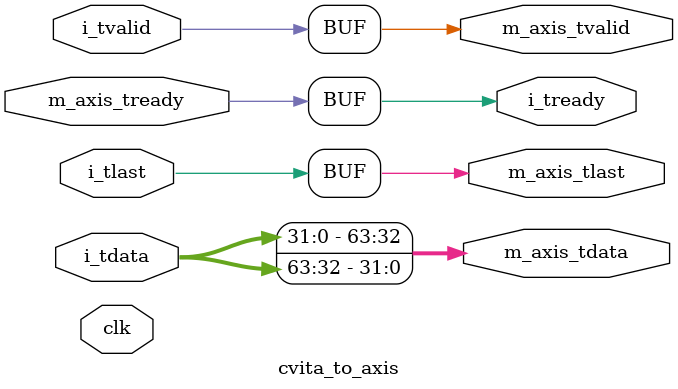
<source format=v>
`default_nettype none

module cvita_to_axis
(
	input wire           clk,

	input wire [63:0]    i_tdata,
        input wire           i_tlast,
        input wire           i_tvalid,
        output wire          i_tready,

	output wire [63:0]   m_axis_tdata,
        output wire          m_axis_tlast,
        output wire          m_axis_tvalid,
        input wire           m_axis_tready
);

	assign i_tready = m_axis_tready;

	assign m_axis_tdata = {i_tdata[31:0], i_tdata[63:32]};
	assign m_axis_tlast = i_tlast;
	assign m_axis_tvalid = i_tvalid;

endmodule // cvita_to_axis

`default_nettype wire


</source>
